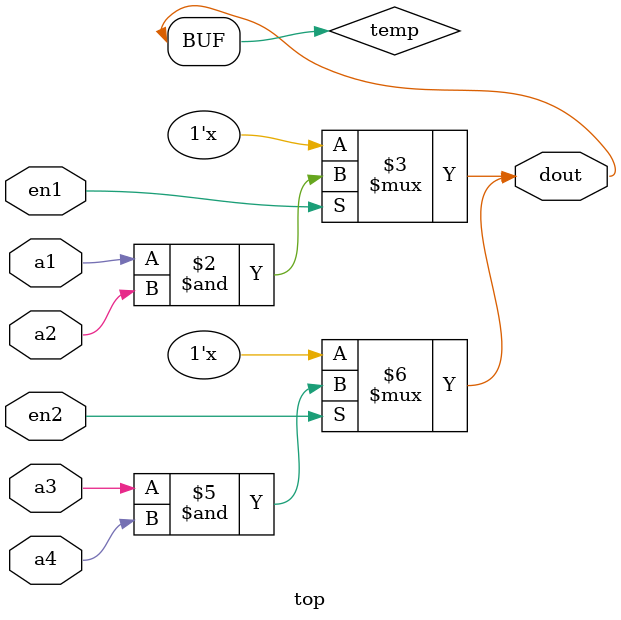
<source format=v>
/*you'll be finding the value for the old is always X.
 so it is illegal to try to wire data type multiple times. */

module top (
input a1,a2,a3,a4,en1,en2,
output dout
);
  
wire temp;
  
 //tri-state net type
  assign temp = (en1 == 1) ? (a1 & a2) : 1'bz;
  assign temp = (en2 == 1) ? (a3 & a4) : 1'bz;
  
assign dout = temp; 
  
endmodule

</source>
